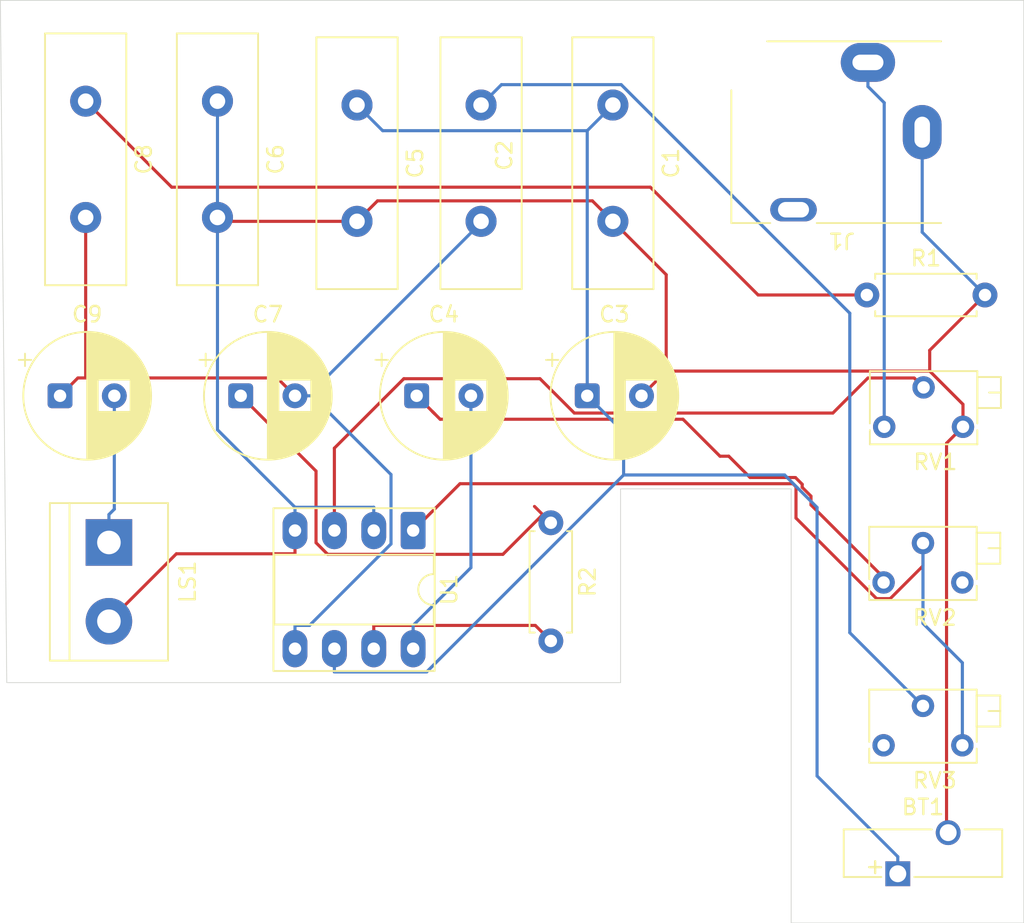
<source format=kicad_pcb>
(kicad_pcb (version 20241229) (generator "pcbnew") (generator_version "9.0")
  (layers (0 "F.Cu" signal) (2 "B.Cu" signal) (13 "F.Paste" user) (15 "B.Paste" user) (5 "F.SilkS" user "F.Silkscreen") (7 "B.SilkS" user "B.Silkscreen") (1 "F.Mask" user) (3 "B.Mask" user) (25 "Edge.Cuts" user))
  (net 0 "")
  (net 1 "GND")
  (net 2 "Net-(BT1-+)")
  (net 3 "Net-(C2-Pad1)")
  (net 4 "Net-(C2-Pad2)")
  (net 5 "Net-(C4-Pad2)")
  (net 6 "Net-(C4-Pad1)")
  (net 7 "Net-(C7-Pad1)")
  (net 8 "Net-(C8-Pad1)")
  (net 9 "Net-(C9-Pad2)")
  (net 10 "Net-(J1-PadT)")
  (net 12 "Net-(U1-BYPASS)")
  (net 13 "Net-(U1-+)")
  (net 15 "Net-(RV2-Pad2)")
  (footprint "Capacitor_THT:CP_Radial_D8.0mm_P3.50mm" (layer "F.Cu") (at 165.3473 93)
    (property "Reference" "C3" (at 1.75 -5.25 0) (layer "F.SilkS"))
    (property "Value" "100uF")
    (pad "1" thru_hole roundrect (at 0 0) (size 1.6 1.6) (drill 0.8) (layers "*.Cu" "*.Mask") (roundrect_rratio 0.15625) (net 2 "Net-(BT1-+)"))
    (pad "2" thru_hole circle (at 3.5 0) (size 1.6 1.6) (drill 0.8) (layers "*.Cu" "*.Mask") (net 1 "GND"))
  )
  (footprint "Potentiometer_THT:Potentiometer_Bourns_3266X_Horizontal" (layer "F.Cu") (at 184.46 115.54 180)
    (property "Reference" "RV3" (at -3.3 -2.27 0) (layer "F.SilkS"))
    (property "Value" "10K  Bass Boost")
    (pad "1" thru_hole circle (at 0 0 180) (size 1.44 1.44) (drill 0.8) (layers "*.Cu" "*.Mask"))
    (pad "2" thru_hole circle (at -2.54 2.54 180) (size 1.44 1.44) (drill 0.8) (layers "*.Cu" "*.Mask") (net 3 "Net-(C2-Pad1)"))
    (pad "3" thru_hole circle (at -5.08 0 180) (size 1.44 1.44) (drill 0.8) (layers "*.Cu" "*.Mask") (net 15 "Net-(RV2-Pad2)"))
  )
  (footprint "Capacitor_THT:CP_Radial_D8.0mm_P3.50mm" (layer "F.Cu") (at 154.3473 93)
    (property "Reference" "C4" (at 1.75 -5.25 0) (layer "F.SilkS"))
    (property "Value" "10uF")
    (pad "1" thru_hole roundrect (at 0 0) (size 1.6 1.6) (drill 0.8) (layers "*.Cu" "*.Mask") (roundrect_rratio 0.15625) (net 6 "Net-(C4-Pad1)"))
    (pad "2" thru_hole circle (at 3.5 0) (size 1.6 1.6) (drill 0.8) (layers "*.Cu" "*.Mask") (net 5 "Net-(C4-Pad2)"))
  )
  (footprint "Capacitor_THT:C_Disc_D16.0mm_W5.0mm_P7.50mm" (layer "F.Cu") (at 133 74 -90)
    (property "Reference" "C8" (at 3.75 -3.75 90) (layer "F.SilkS"))
    (property "Value" "0.1uF")
    (pad "1" thru_hole circle (at 0 0 270) (size 2 2) (drill 1) (layers "*.Cu" "*.Mask") (net 8 "Net-(C8-Pad1)"))
    (pad "2" thru_hole circle (at 7.5 0 270) (size 2 2) (drill 1) (layers "*.Cu" "*.Mask") (net 4 "Net-(C2-Pad2)"))
  )
  (footprint "Capacitor_THT:C_Disc_D16.0mm_W5.0mm_P7.50mm" (layer "F.Cu") (at 158.5 74.25 -90)
    (property "Reference" "C2" (at 3.25 -1.5 90) (layer "F.SilkS"))
    (property "Value" "0.033uF")
    (pad "1" thru_hole circle (at 0 0 270) (size 2 2) (drill 1) (layers "*.Cu" "*.Mask") (net 3 "Net-(C2-Pad1)"))
    (pad "2" thru_hole circle (at 7.5 0 270) (size 2 2) (drill 1) (layers "*.Cu" "*.Mask") (net 4 "Net-(C2-Pad2)"))
  )
  (footprint "Capacitor_THT:C_Disc_D16.0mm_W5.0mm_P7.50mm" (layer "F.Cu") (at 141.5 74 -90)
    (property "Reference" "C6" (at 3.75 -3.75 90) (layer "F.SilkS"))
    (property "Value" "470pF")
    (pad "1" thru_hole circle (at 0 0 270) (size 2 2) (drill 1) (layers "*.Cu" "*.Mask") (net 1 "GND"))
    (pad "2" thru_hole circle (at 7.5 0 270) (size 2 2) (drill 1) (layers "*.Cu" "*.Mask") (net 1 "GND"))
  )
  (footprint "Resistor_THT:R_Axial_DIN0207_L6.3mm_D2.5mm_P7.62mm_Horizontal" (layer "F.Cu") (at 163 101.19 -90)
    (property "Reference" "R2" (at 3.81 -2.37 90) (layer "F.SilkS"))
    (property "Value" "10K")
    (pad "1" thru_hole circle (at 0 0 270) (size 1.6 1.6) (drill 0.8) (layers "*.Cu" "*.Mask") (net 7 "Net-(C7-Pad1)"))
    (pad "2" thru_hole circle (at 7.62 0 270) (size 1.6 1.6) (drill 0.8) (layers "*.Cu" "*.Mask") (net 12 "Net-(U1-BYPASS)"))
  )
  (footprint "Potentiometer_THT:Potentiometer_Bourns_3266X_Horizontal" (layer "F.Cu") (at 184.5 95 180)
    (property "Reference" "RV1" (at -3.3 -2.27 0) (layer "F.SilkS"))
    (property "Value" "Volume 10K")
    (pad "1" thru_hole circle (at 0 0 180) (size 1.44 1.44) (drill 0.8) (layers "*.Cu" "*.Mask") (net 10 "Net-(J1-PadT)"))
    (pad "2" thru_hole circle (at -2.54 2.54 180) (size 1.44 1.44) (drill 0.8) (layers "*.Cu" "*.Mask") (net 13 "Net-(U1-+)"))
    (pad "3" thru_hole circle (at -5.08 0 180) (size 1.44 1.44) (drill 0.8) (layers "*.Cu" "*.Mask") (net 1 "GND"))
  )
  (footprint "Potentiometer_THT:Potentiometer_Bourns_3266X_Horizontal" (layer "F.Cu") (at 184.46 105.04 180)
    (property "Reference" "RV2" (at -3.3 -2.27 0) (layer "F.SilkS"))
    (property "Value" "10K Gain")
    (pad "1" thru_hole circle (at 0 0 180) (size 1.44 1.44) (drill 0.8) (layers "*.Cu" "*.Mask") (net 6 "Net-(C4-Pad1)"))
    (pad "2" thru_hole circle (at -2.54 2.54 180) (size 1.44 1.44) (drill 0.8) (layers "*.Cu" "*.Mask") (net 15 "Net-(RV2-Pad2)"))
    (pad "3" thru_hole circle (at -5.08 0 180) (size 1.44 1.44) (drill 0.8) (layers "*.Cu" "*.Mask"))
  )
  (footprint "Battery:Battery_Panasonic_CR1025-VSK_Vertical_CircularHoles" (layer "F.Cu") (at 185.375 123.825)
    (property "Reference" "BT1" (at 1.625 -4.3 0) (layer "F.SilkS"))
    (property "Value" "Battery")
    (fp_text user "+" (at -1.46 -0.5 0) (layer "F.SilkS"))
    (pad "1" thru_hole rect (at 0 0) (size 1.6 1.6) (drill 1.09) (layers "*.Cu" "*.Mask") (net 2 "Net-(BT1-+)"))
    (pad "2" thru_hole circle (at 3.25 -2.65) (size 1.6 1.6) (drill 1.09) (layers "*.Cu" "*.Mask") (net 1 "GND"))
  )
  (footprint "Capacitor_THT:CP_Radial_D8.0mm_P3.50mm" (layer "F.Cu") (at 143 93)
    (property "Reference" "C7" (at 1.75 -5.25 0) (layer "F.SilkS"))
    (property "Value" "10uF")
    (pad "1" thru_hole roundrect (at 0 0) (size 1.6 1.6) (drill 0.8) (layers "*.Cu" "*.Mask") (roundrect_rratio 0.15625) (net 7 "Net-(C7-Pad1)"))
    (pad "2" thru_hole circle (at 3.5 0) (size 1.6 1.6) (drill 0.8) (layers "*.Cu" "*.Mask") (net 4 "Net-(C2-Pad2)"))
  )
  (footprint "TerminalBlock:TerminalBlock_bornier-2_P5.08mm" (layer "F.Cu") (at 134.5 102.46 -90)
    (property "Reference" "LS1" (at 2.54 -5.08 270) (layer "F.SilkS"))
    (property "Value" "Speaker")
    (pad "1" thru_hole rect (at 0 0 270) (size 3 3) (drill 1.52) (layers "*.Cu" "*.Mask") (net 9 "Net-(C9-Pad2)"))
    (pad "2" thru_hole circle (at 5.08 0 270) (size 3 3) (drill 1.52) (layers "*.Cu" "*.Mask") (net 1 "GND"))
  )
  (footprint "Connector_Audio:Jack_3.5mm_CUI_SJ1-3513N_Horizontal" (layer "F.Cu") (at 186.95 76 180)
    (property "Reference" "J1" (at 5.2 -7 180) (layer "F.SilkS"))
    (property "Value" "AudioJack3")
    (pad "R" thru_hole oval (at 8.3 -5 180) (size 3 1.5) (drill oval 2 1) (layers "*.Cu" "*.Mask"))
    (pad "S" thru_hole oval (at 0 0 90) (size 3.5 2.5) (drill oval 2 1) (layers "*.Cu" "*.Mask") (net 1 "GND"))
    (pad "T" thru_hole oval (at 3.5 4.5 180) (size 3.5 2.5) (drill oval 2 1) (layers "*.Cu" "*.Mask") (net 10 "Net-(J1-PadT)"))
  )
  (footprint "Package_DIP:DIP-8_W7.62mm_Socket_LongPads" (layer "F.Cu") (at 154.12 101.69 -90)
    (property "Reference" "U1" (at 3.81 -2.33 90) (layer "F.SilkS"))
    (property "Value" "LM386")
    (pad "1" thru_hole roundrect (at 0 0 270) (size 2.4 1.6) (drill 0.8) (layers "*.Cu" "*.Mask") (roundrect_rratio 0.15625) (net 15 "Net-(RV2-Pad2)"))
    (pad "2" thru_hole oval (at 0 2.54 270) (size 2.4 1.6) (drill 0.8) (layers "*.Cu" "*.Mask") (net 1 "GND"))
    (pad "3" thru_hole oval (at 0 5.08 270) (size 2.4 1.6) (drill 0.8) (layers "*.Cu" "*.Mask") (net 13 "Net-(U1-+)"))
    (pad "4" thru_hole oval (at 0 7.62 270) (size 2.4 1.6) (drill 0.8) (layers "*.Cu" "*.Mask") (net 1 "GND"))
    (pad "5" thru_hole oval (at 7.62 7.62 270) (size 2.4 1.6) (drill 0.8) (layers "*.Cu" "*.Mask") (net 4 "Net-(C2-Pad2)"))
    (pad "6" thru_hole oval (at 7.62 5.08 270) (size 2.4 1.6) (drill 0.8) (layers "*.Cu" "*.Mask") (net 2 "Net-(BT1-+)"))
    (pad "7" thru_hole oval (at 7.62 2.54 270) (size 2.4 1.6) (drill 0.8) (layers "*.Cu" "*.Mask") (net 12 "Net-(U1-BYPASS)"))
    (pad "8" thru_hole oval (at 7.62 0 270) (size 2.4 1.6) (drill 0.8) (layers "*.Cu" "*.Mask") (net 5 "Net-(C4-Pad2)"))
  )
  (footprint "Capacitor_THT:C_Disc_D16.0mm_W5.0mm_P7.50mm" (layer "F.Cu") (at 167 74.25 -90)
    (property "Reference" "C1" (at 3.75 -3.75 90) (layer "F.SilkS"))
    (property "Value" "0.1uF")
    (pad "1" thru_hole circle (at 0 0 270) (size 2 2) (drill 1) (layers "*.Cu" "*.Mask") (net 2 "Net-(BT1-+)"))
    (pad "2" thru_hole circle (at 7.5 0 270) (size 2 2) (drill 1) (layers "*.Cu" "*.Mask") (net 1 "GND"))
  )
  (footprint "Capacitor_THT:C_Disc_D16.0mm_W5.0mm_P7.50mm" (layer "F.Cu") (at 150.5 74.25 -90)
    (property "Reference" "C5" (at 3.75 -3.75 90) (layer "F.SilkS"))
    (property "Value" "0.1uF")
    (pad "1" thru_hole circle (at 0 0 270) (size 2 2) (drill 1) (layers "*.Cu" "*.Mask") (net 2 "Net-(BT1-+)"))
    (pad "2" thru_hole circle (at 7.5 0 270) (size 2 2) (drill 1) (layers "*.Cu" "*.Mask") (net 1 "GND"))
  )
  (footprint "Resistor_THT:R_Axial_DIN0207_L6.3mm_D2.5mm_P7.62mm_Horizontal" (layer "F.Cu") (at 183.38 86.5)
    (property "Reference" "R1" (at 3.81 -2.37 0) (layer "F.SilkS"))
    (property "Value" "10 R")
    (pad "1" thru_hole circle (at 0 0) (size 1.6 1.6) (drill 0.8) (layers "*.Cu" "*.Mask") (net 8 "Net-(C8-Pad1)"))
    (pad "2" thru_hole circle (at 7.62 0) (size 1.6 1.6) (drill 0.8) (layers "*.Cu" "*.Mask") (net 1 "GND"))
  )
  (footprint "Capacitor_THT:CP_Radial_D8.0mm_P3.50mm" (layer "F.Cu") (at 131.3473 93)
    (property "Reference" "C9" (at 1.75 -5.25 0) (layer "F.SilkS"))
    (property "Value" "1000uF")
    (pad "1" thru_hole roundrect (at 0 0) (size 1.6 1.6) (drill 0.8) (layers "*.Cu" "*.Mask") (roundrect_rratio 0.15625) (net 4 "Net-(C2-Pad2)"))
    (pad "2" thru_hole circle (at 3.5 0) (size 1.6 1.6) (drill 0.8) (layers "*.Cu" "*.Mask") (net 9 "Net-(C9-Pad2)"))
  )
  (gr_poly (pts (xy 127.911215 111.5) (xy 167.5 111.5) (xy 167.5 99) (xy 178.5 99) (xy 178.5 127) (xy 193.5 127) (xy 193.5 67.5) (xy 127.5 67.5)) (stroke (width 0.05)) (fill no) (layer "Edge.Cuts"))
  (segment (start 151.8227 80.4273) (end 165.6773 80.4273) (width 0.2) (layer "F.Cu") (net 1))
  (segment (start 187.4333 91.4073) (end 189.58 93.554) (width 0.2) (layer "F.Cu") (net 1))
  (segment (start 141.5 81.5) (end 141.75 81.75) (width 0.2) (layer "F.Cu") (net 1))
  (segment (start 165.6773 80.4273) (end 167 81.75) (width 0.2) (layer "F.Cu") (net 1))
  (segment (start 187.4333 91.4073) (end 170.44 91.4073) (width 0.2) (layer "F.Cu") (net 1))
  (segment (start 141.75 81.75) (end 150.5 81.75) (width 0.2) (layer "F.Cu") (net 1))
  (segment (start 170.44 91.4073) (end 170.44 85.19) (width 0.2) (layer "F.Cu") (net 1))
  (segment (start 146.5 103.1901) (end 138.8499 103.1901) (width 0.2) (layer "F.Cu") (net 1))
  (segment (start 170.44 85.19) (end 167 81.75) (width 0.2) (layer "F.Cu") (net 1))
  (segment (start 188.5198 96.0602) (end 188.5198 121.0698) (width 0.2) (layer "F.Cu") (net 1))
  (segment (start 170.44 91.4073) (end 168.8473 93) (width 0.2) (layer "F.Cu") (net 1))
  (segment (start 138.8499 103.1901) (end 134.5 107.54) (width 0.2) (layer "F.Cu") (net 1))
  (segment (start 189.58 93.554) (end 189.58 95) (width 0.2) (layer "F.Cu") (net 1))
  (segment (start 189.58 95) (end 188.5198 96.0602) (width 0.2) (layer "F.Cu") (net 1))
  (segment (start 191 86.5) (end 187.4333 90.0667) (width 0.2) (layer "F.Cu") (net 1))
  (segment (start 187.4333 90.0667) (end 187.4333 91.4073) (width 0.2) (layer "F.Cu") (net 1))
  (segment (start 188.5198 121.0698) (end 188.625 121.175) (width 0.2) (layer "F.Cu") (net 1))
  (segment (start 146.5 101.69) (end 146.5 103.1901) (width 0.2) (layer "F.Cu") (net 1))
  (segment (start 150.5 81.75) (end 151.8227 80.4273) (width 0.2) (layer "F.Cu") (net 1))
  (segment (start 146.5 100.1899) (end 146.5 100.19) (width 0.2) (layer "B.Cu") (net 1))
  (segment (start 186.95 82.45) (end 186.95 76) (width 0.2) (layer "B.Cu") (net 1))
  (segment (start 141.5 95.1899) (end 146.5 100.1899) (width 0.2) (layer "B.Cu") (net 1))
  (segment (start 191 86.5) (end 186.95 82.45) (width 0.2) (layer "B.Cu") (net 1))
  (segment (start 151.58 101.69) (end 151.58 100.1899) (width 0.2) (layer "B.Cu") (net 1))
  (segment (start 146.5 100.1899) (end 151.58 100.1899) (width 0.2) (layer "B.Cu") (net 1))
  (segment (start 141.5 74) (end 141.5 81.5) (width 0.2) (layer "B.Cu") (net 1))
  (segment (start 146.5 101.69) (end 146.5 100.19) (width 0.2) (layer "B.Cu") (net 1))
  (segment (start 141.5 81.5) (end 141.5 95.1899) (width 0.2) (layer "B.Cu") (net 1))
  (segment (start 188.625 121.175) (end 188.484 121.034) (width 0.2) (layer "B.Cu") (net 1))
  (segment (start 154.9899 110.8101) (end 149.04 110.8101) (width 0.2) (layer "B.Cu") (net 2))
  (segment (start 167.6934 95.3461) (end 167.6934 98.1066) (width 0.2) (layer "B.Cu") (net 2))
  (segment (start 178.0757 98.1066) (end 180.1694 100.2003) (width 0.2) (layer "B.Cu") (net 2))
  (segment (start 165.3473 75.9027) (end 165.3473 93) (width 0.2) (layer "B.Cu") (net 2))
  (segment (start 180.1694 117.5194) (end 185.375 122.725) (width 0.2) (layer "B.Cu") (net 2))
  (segment (start 149.04 109.31) (end 149.04 110.8101) (width 0.2) (layer "B.Cu") (net 2))
  (segment (start 167.6934 98.1066) (end 178.0757 98.1066) (width 0.2) (layer "B.Cu") (net 2))
  (segment (start 152.1527 75.9027) (end 150.5 74.25) (width 0.2) (layer "B.Cu") (net 2))
  (segment (start 165.3473 93) (end 167.6934 95.3461) (width 0.2) (layer "B.Cu") (net 2))
  (segment (start 167 74.25) (end 165.3473 75.9027) (width 0.2) (layer "B.Cu") (net 2))
  (segment (start 165.3473 75.9027) (end 152.1527 75.9027) (width 0.2) (layer "B.Cu") (net 2))
  (segment (start 185.375 123.825) (end 185.375 122.725) (width 0.2) (layer "B.Cu") (net 2))
  (segment (start 180.1694 100.2003) (end 180.1694 117.5194) (width 0.2) (layer "B.Cu") (net 2))
  (segment (start 167.6934 98.1066) (end 154.9899 110.8101) (width 0.2) (layer "B.Cu") (net 2))
  (segment (start 159.8156 72.9344) (end 158.5 74.25) (width 0.2) (layer "B.Cu") (net 3))
  (segment (start 182.2798 87.6761) (end 167.5381 72.9344) (width 0.2) (layer "B.Cu") (net 3))
  (segment (start 187 113) (end 182.2798 108.2798) (width 0.2) (layer "B.Cu") (net 3))
  (segment (start 182.2798 108.2798) (end 182.2798 87.6761) (width 0.2) (layer "B.Cu") (net 3))
  (segment (start 167.5381 72.9344) (end 159.8156 72.9344) (width 0.2) (layer "B.Cu") (net 3))
  (segment (start 146.5 93) (end 145.3508 91.8508) (width 0.2) (layer "F.Cu") (net 4))
  (segment (start 132.4965 91.8508) (end 131.3473 93) (width 0.2) (layer "F.Cu") (net 4))
  (segment (start 145.3508 91.8508) (end 133 91.8508) (width 0.2) (layer "F.Cu") (net 4))
  (segment (start 133 91.8508) (end 133 81.5) (width 0.2) (layer "F.Cu") (net 4))
  (segment (start 133 91.8508) (end 132.4965 91.8508) (width 0.2) (layer "F.Cu") (net 4))
  (segment (start 147.4376 107.8099) (end 152.6922 102.5553) (width 0.2) (layer "B.Cu") (net 4))
  (segment (start 147.611 93) (end 146.5 93) (width 0.2) (layer "B.Cu") (net 4))
  (segment (start 146.5 107.8099) (end 147.4376 107.8099) (width 0.2) (layer "B.Cu") (net 4))
  (segment (start 146.5 109.31) (end 146.5 107.8099) (width 0.2) (layer "B.Cu") (net 4))
  (segment (start 147.611 92.7291) (end 158.5 81.8401) (width 0.2) (layer "B.Cu") (net 4))
  (segment (start 152.6922 102.5553) (end 152.6922 98.0812) (width 0.2) (layer "B.Cu") (net 4))
  (segment (start 152.6922 98.0812) (end 147.611 93) (width 0.2) (layer "B.Cu") (net 4))
  (segment (start 147.611 92.7291) (end 147.611 93) (width 0.2) (layer "B.Cu") (net 4))
  (segment (start 158.5 81.8401) (end 158.5 81.75) (width 0.2) (layer "B.Cu") (net 4))
  (segment (start 147.611 92.6388) (end 147.611 92.7291) (width 0.2) (layer "B.Cu") (net 4))
  (segment (start 154.12 109.31) (end 154.12 107.8099) (width 0.2) (layer "B.Cu") (net 5))
  (segment (start 157.8473 104.0826) (end 157.8473 93) (width 0.2) (layer "B.Cu") (net 5))
  (segment (start 154.12 107.8099) (end 157.8473 104.0826) (width 0.2) (layer "B.Cu") (net 5))
  (segment (start 179.2103 98.9063) (end 179.2103 98.7061) (width 0.2) (layer "F.Cu") (net 6))
  (segment (start 155.3822 94.0348) (end 154.3472 93.0001) (width 0.2) (layer "F.Cu") (net 6))
  (segment (start 174.4747 96.8974) (end 173.9089 96.8974) (width 0.2) (layer "F.Cu") (net 6))
  (segment (start 171.5259 94.5144) (end 155.8618 94.5144) (width 0.2) (layer "F.Cu") (net 6))
  (segment (start 179.2103 98.7061) (end 178.7759 98.2717) (width 0.2) (layer "F.Cu") (net 6))
  (segment (start 179.7774 100.0392) (end 179.7774 99.4734) (width 0.2) (layer "F.Cu") (net 6))
  (segment (start 178.7759 98.2717) (end 175.849 98.2717) (width 0.2) (layer "F.Cu") (net 6))
  (segment (start 175.849 98.2717) (end 174.4747 96.8974) (width 0.2) (layer "F.Cu") (net 6))
  (segment (start 184.46 104.7218) (end 179.7774 100.0392) (width 0.2) (layer "F.Cu") (net 6))
  (segment (start 154.3473 93) (end 154.3472 93.0001) (width 0.2) (layer "F.Cu") (net 6))
  (segment (start 155.517 94.1695) (end 155.3822 94.0348) (width 0.2) (layer "F.Cu") (net 6))
  (segment (start 154.3472 93.0001) (end 154.347 93) (width 0.2) (layer "F.Cu") (net 6))
  (segment (start 179.7774 99.4734) (end 179.2103 98.9063) (width 0.2) (layer "F.Cu") (net 6))
  (segment (start 155.8618 94.5144) (end 155.3822 94.0348) (width 0.2) (layer "F.Cu") (net 6))
  (segment (start 173.9089 96.8974) (end 171.5259 94.5144) (width 0.2) (layer "F.Cu") (net 6))
  (segment (start 184.46 105.04) (end 184.46 104.7218) (width 0.2) (layer "F.Cu") (net 6))
  (segment (start 147.8564 97.8564) (end 143 93) (width 0.2) (layer "F.Cu") (net 7))
  (segment (start 162.4725 100.6625) (end 163 101.19) (width 0.2) (layer "F.Cu") (net 7))
  (segment (start 159.9091 103.2259) (end 148.6069 103.2259) (width 0.2) (layer "F.Cu") (net 7))
  (segment (start 147.8564 102.4754) (end 147.8564 97.8564) (width 0.2) (layer "F.Cu") (net 7))
  (segment (start 162.4725 100.6625) (end 159.9091 103.2259) (width 0.2) (layer "F.Cu") (net 7))
  (segment (start 148.6069 103.2259) (end 147.8564 102.4754) (width 0.2) (layer "F.Cu") (net 7))
  (segment (start 161.945 100.135) (end 162.4725 100.6625) (width 0.2) (layer "F.Cu") (net 7))
  (segment (start 169.416 79.547) (end 176.369 86.5) (width 0.2) (layer "F.Cu") (net 8))
  (segment (start 176.369 86.5) (end 183.38 86.5) (width 0.2) (layer "F.Cu") (net 8))
  (segment (start 138.547 79.547) (end 169.416 79.547) (width 0.2) (layer "F.Cu") (net 8))
  (segment (start 133 74) (end 138.547 79.547) (width 0.2) (layer "F.Cu") (net 8))
  (segment (start 134.8473 100.3126) (end 134.5 100.6599) (width 0.2) (layer "B.Cu") (net 9))
  (segment (start 134.5 102.46) (end 134.5 100.6599) (width 0.2) (layer "B.Cu") (net 9))
  (segment (start 134.8473 93) (end 134.8473 100.3126) (width 0.2) (layer "B.Cu") (net 9))
  (segment (start 183.45 73.0501) (end 184.5 74.1001) (width 0.2) (layer "B.Cu") (net 10))
  (segment (start 183.45 71.5) (end 183.45 73.0501) (width 0.2) (layer "B.Cu") (net 10))
  (segment (start 184.5 74.1001) (end 184.5 95) (width 0.2) (layer "B.Cu") (net 10))
  (segment (start 161.9999 107.8099) (end 163 108.81) (width 0.2) (layer "F.Cu") (net 12))
  (segment (start 151.58 107.8099) (end 161.9999 107.8099) (width 0.2) (layer "F.Cu") (net 12))
  (segment (start 151.58 109.31) (end 151.58 107.8099) (width 0.2) (layer "F.Cu") (net 12))
  (segment (start 181.1881 94.1142) (end 183.4498 91.8525) (width 0.2) (layer "F.Cu") (net 13))
  (segment (start 164.5144 94.1142) (end 181.1881 94.1142) (width 0.2) (layer "F.Cu") (net 13))
  (segment (start 162.2991 91.8989) (end 164.5144 94.1142) (width 0.2) (layer "F.Cu") (net 13))
  (segment (start 183.4498 91.8525) (end 186.432 91.8525) (width 0.2) (layer "F.Cu") (net 13))
  (segment (start 149.04 96.3769) (end 153.518 91.8989) (width 0.2) (layer "F.Cu") (net 13))
  (segment (start 186.432 91.8525) (end 187.04 92.46) (width 0.2) (layer "F.Cu") (net 13))
  (segment (start 149.04 101.69) (end 149.04 96.3769) (width 0.2) (layer "F.Cu") (net 13))
  (segment (start 153.518 91.8989) (end 162.2991 91.8989) (width 0.2) (layer "F.Cu") (net 13))
  (segment (start 178.6102 98.6718) (end 178.8102 98.8718) (width 0.2) (layer "F.Cu") (net 15))
  (segment (start 187 103.9702) (end 187 102.5) (width 0.2) (layer "F.Cu") (net 15))
  (segment (start 184.0071 106.0834) (end 184.8868 106.0834) (width 0.2) (layer "F.Cu") (net 15))
  (segment (start 178.8102 98.8718) (end 178.8102 100.8865) (width 0.2) (layer "F.Cu") (net 15))
  (segment (start 184.8868 106.0834) (end 187 103.9702) (width 0.2) (layer "F.Cu") (net 15))
  (segment (start 154.12 101.69) (end 157.1382 98.6718) (width 0.2) (layer "F.Cu") (net 15))
  (segment (start 157.1382 98.6718) (end 178.6102 98.6718) (width 0.2) (layer "F.Cu") (net 15))
  (segment (start 178.8102 100.8865) (end 184.0071 106.0834) (width 0.2) (layer "F.Cu") (net 15))
  (segment (start 187 107.6796) (end 189.54 110.2196) (width 0.2) (layer "B.Cu") (net 15))
  (segment (start 187 102.5) (end 187 107.6796) (width 0.2) (layer "B.Cu") (net 15))
  (segment (start 189.54 110.2196) (end 189.54 115.54) (width 0.2) (layer "B.Cu") (net 15))
)
</source>
